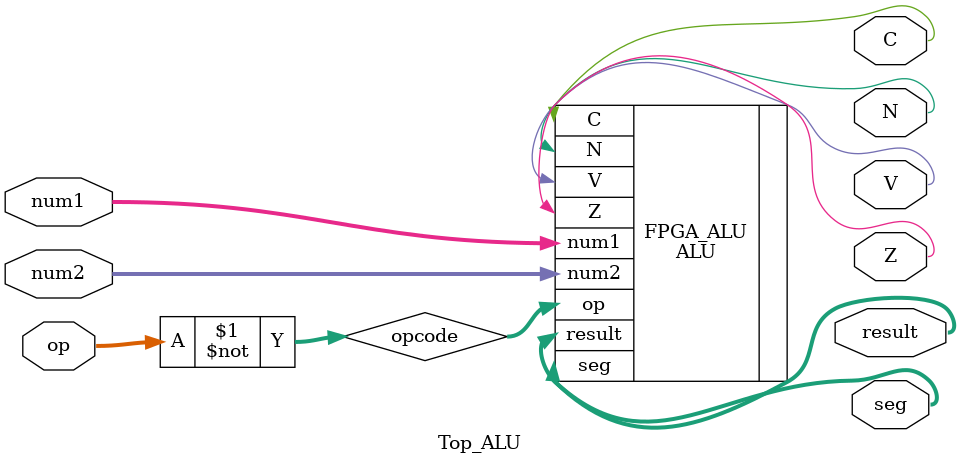
<source format=sv>
module Top_ALU (
				input logic [3:0] op,
				input logic [3: 0] num1, num2,
				output logic [3:0] result,
				output logic Z, N, V, C,
				output logic [6:0] seg);
				
	logic [3:0] opcode;

	assign opcode = ~op;
	
	// Instancia de la ALU
    ALU #(4) FPGA_ALU (
        .op(opcode),
        .num1(num1),
        .num2(num2),
        .result(result),
        .Z(Z),
        .N(N),
        .V(V),
        .C(C),
		  .seg(seg)
    );
		




endmodule

</source>
